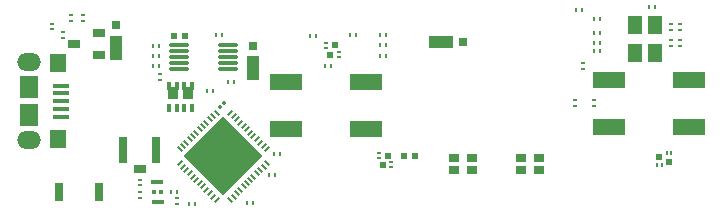
<source format=gtp>
%FSTAX23Y23*%
%MOIN*%
%SFA1B1*%

%IPPOS*%
%AMD117*
4,1,4,0.009100,0.003400,0.003400,0.009100,-0.009100,-0.003400,-0.003400,-0.009100,0.009100,0.003400,0.0*
1,1,0.008000,0.006200,0.006200*
1,1,0.008000,-0.006200,-0.006200*
%
%AMD118*
4,1,4,0.003400,-0.009100,0.009100,-0.003400,-0.003400,0.009100,-0.009100,0.003400,0.003400,-0.009100,0.0*
1,1,0.008000,0.006200,-0.006200*
1,1,0.008000,-0.006200,0.006200*
%
%AMD119*
4,1,4,0.130800,0.000000,0.000000,0.130800,-0.130800,0.000000,0.000000,-0.130800,0.130800,0.000000,0.0*
%
%AMD126*
4,1,4,-0.001400,0.008300,-0.008300,0.001400,0.001400,-0.008300,0.008300,-0.001400,-0.001400,0.008300,0.0*
%
%ADD31R,0.031500X0.063000*%
%ADD98O,0.078700X0.059100*%
%ADD99R,0.035500X0.027600*%
%ADD100R,0.008000X0.015800*%
%ADD101R,0.019800X0.019800*%
%ADD102R,0.078800X0.043400*%
%ADD103R,0.031600X0.031600*%
%ADD104R,0.023700X0.019800*%
%ADD105O,0.067000X0.011900*%
%ADD106R,0.011100X0.017000*%
%ADD107R,0.015800X0.008000*%
%ADD108R,0.019800X0.019800*%
%ADD109R,0.043400X0.078800*%
%ADD110R,0.031600X0.031600*%
%ADD111R,0.040100X0.030100*%
%ADD112R,0.013900X0.009900*%
%ADD113R,0.017000X0.011100*%
%ADD114R,0.053200X0.015800*%
%ADD115R,0.061100X0.074900*%
%ADD116R,0.055200X0.063100*%
G04~CAMADD=117~3~0.0~0.0~80.0~257.0~0.0~0.0~0~0.0~0.0~0.0~0.0~0~0.0~0.0~0.0~0.0~0~0.0~0.0~0.0~315.0~204.0~204.0*
%ADD117D117*%
G04~CAMADD=118~3~0.0~0.0~80.0~257.0~0.0~0.0~0~0.0~0.0~0.0~0.0~0~0.0~0.0~0.0~0.0~0~0.0~0.0~0.0~225.0~204.0~204.0*
%ADD118D118*%
G04~CAMADD=119~10~0.0~1851.2~0.0~0.0~0.0~0.0~0~0.0~0.0~0.0~0.0~0~0.0~0.0~0.0~0.0~0~0.0~0.0~0.0~315.0~1851.2~0.0*
%ADD119D119*%
%ADD120R,0.051300X0.059100*%
%ADD121R,0.023700X0.021700*%
%ADD122R,0.108300X0.055200*%
%ADD123R,0.013900X0.013900*%
%ADD124R,0.039400X0.017800*%
%ADD125R,0.009900X0.013900*%
G04~CAMADD=126~9~0.0~0.0~99.0~139.0~0.0~0.0~0~0.0~0.0~0.0~0.0~0~0.0~0.0~0.0~0.0~0~0.0~0.0~0.0~45.0~166.0~165.0*
%ADD126D126*%
%ADD127R,0.011900X0.027600*%
%ADD128R,0.037400X0.039400*%
%ADD129R,0.037300X0.039400*%
%ADD130R,0.031600X0.086700*%
%ADD131R,0.039400X0.031600*%
%LNvapeix_mini_pcb-1*%
%LPD*%
G54D31*
X02175Y03069D03*
X02308D03*
G54D98*
X02075Y03503D03*
Y03243D03*
G54D99*
X03776Y03185D03*
Y03145D03*
X03716Y03185D03*
Y03145D03*
X03552Y03183D03*
Y03144D03*
X03493Y03183D03*
Y03144D03*
G54D100*
X04216Y03202D03*
X042D03*
X04169Y03159D03*
X04185D03*
G54D101*
X04208Y03171D03*
X04176Y03188D03*
G54D102*
X03449Y03571D03*
G54D103*
X03523Y03571D03*
G54D104*
X02596Y03592D03*
X02557D03*
G54D105*
X02737Y03482D03*
Y03502D03*
Y03522D03*
Y03541D03*
Y03561D03*
X02576Y03482D03*
Y03502D03*
Y03522D03*
Y03541D03*
Y03561D03*
G54D106*
X03244Y03559D03*
X03264D03*
X03144Y03594D03*
X03164D03*
X03031Y03591D03*
X03011D03*
X03264Y03595D03*
X03244D03*
X03978Y03567D03*
X03958D03*
Y03601D03*
X03978D03*
X02821Y03035D03*
X02801D03*
X03264Y03525D03*
X03244D03*
X0308Y03491D03*
X0306D03*
X02489Y03489D03*
X02509D03*
X02489Y03524D03*
X02509D03*
X02489Y03558D03*
X02509D03*
X02759Y03438D03*
X02739D03*
X02689Y03406D03*
X02669D03*
G54D107*
X03065Y03567D03*
Y03551D03*
X03108Y0352D03*
Y03536D03*
X0324Y032D03*
Y03184D03*
X03283Y03153D03*
Y03169D03*
G54D108*
X03096Y03559D03*
X03079Y03527D03*
X03271Y03192D03*
X03254Y0316D03*
G54D109*
X02365Y03552D03*
X02821Y03484D03*
G54D110*
X02365Y03626D03*
X02821Y03558D03*
G54D111*
X02309Y03527D03*
Y03601D03*
X02226Y03564D03*
G54D112*
X02152Y03613D03*
Y03632D03*
X02188Y03585D03*
Y03604D03*
X02255Y03659D03*
Y0364D03*
X04215Y03576D03*
Y03557D03*
X02444Y0307D03*
Y03051D03*
Y03093D03*
Y03112D03*
X02568Y03032D03*
Y03051D03*
X03922Y03482D03*
Y03501D03*
X04215Y0363D03*
Y0361D03*
X04244Y03577D03*
Y03557D03*
X04245Y0363D03*
Y0361D03*
X03894Y03376D03*
Y03357D03*
X03957Y03358D03*
Y03377D03*
X0251Y03464D03*
Y03445D03*
G54D113*
X02216Y0366D03*
Y0364D03*
G54D114*
X02181Y03373D03*
Y03399D03*
Y03424D03*
Y03348D03*
Y03322D03*
G54D115*
X02075Y0342D03*
Y03326D03*
G54D116*
X02172Y03247D03*
Y03499D03*
G54D117*
X02868Y03213D03*
X02857Y03224D03*
X02846Y03235D03*
X02835Y03246D03*
X02823Y03257D03*
X02812Y03268D03*
X02801Y03279D03*
X0279Y0329D03*
X02779Y03302D03*
X02768Y03313D03*
X02757Y03324D03*
X02746Y03335D03*
X02577Y03167D03*
X02588Y03155D03*
X02599Y03144D03*
X0261Y03133D03*
X02622Y03122D03*
X02633Y03111D03*
X02644Y031D03*
X02655Y03089D03*
X02666Y03078D03*
X02677Y03066D03*
X02688Y03055D03*
X027Y03044D03*
G54D118*
X027Y03335D03*
X02688Y03324D03*
X02677Y03313D03*
X02666Y03302D03*
X02655Y0329D03*
X02644Y03279D03*
X02633Y03268D03*
X02622Y03257D03*
X0261Y03246D03*
X02599Y03235D03*
X02588Y03224D03*
X02577Y03213D03*
X02746Y03044D03*
X02757Y03055D03*
X02768Y03066D03*
X02779Y03078D03*
X0279Y03089D03*
X02801Y031D03*
X02812Y03111D03*
X02823Y03122D03*
X02835Y03133D03*
X02846Y03144D03*
X02857Y03155D03*
X02868Y03167D03*
G54D119*
X02723Y0319D03*
G54D120*
X04096Y03534D03*
X04163D03*
X04096Y03626D03*
X04163D03*
G54D121*
X03363Y03192D03*
X03324D03*
G54D122*
X02932Y03281D03*
Y03438D03*
X03197Y03281D03*
Y03438D03*
X04009Y03287D03*
Y03444D03*
X04274Y03287D03*
Y03444D03*
G54D123*
X02516Y03071D03*
X02491D03*
G54D124*
X02503Y03105D03*
X02504Y03037D03*
G54D125*
X02548Y03071D03*
X02567D03*
X02892Y03197D03*
X02911D03*
X02894Y03128D03*
X02875D03*
X02627Y03031D03*
X02608D03*
X03977Y03646D03*
X03958D03*
X03977Y0354D03*
X03958D03*
X04142Y03687D03*
X04161D03*
X03918Y03677D03*
X03899D03*
X02699Y03595D03*
X02718D03*
G54D126*
X0271Y03353D03*
X02724Y03367D03*
G54D127*
X02542Y03423D03*
X02567D03*
X02618D03*
X02593D03*
Y03351D03*
X02618D03*
X02567D03*
X02542D03*
G54D128*
X02554Y03402D03*
G54D129*
X02605Y03402D03*
G54D130*
X02499Y0321D03*
X02388D03*
G54D131*
X02444Y03147D03*
M02*
</source>
